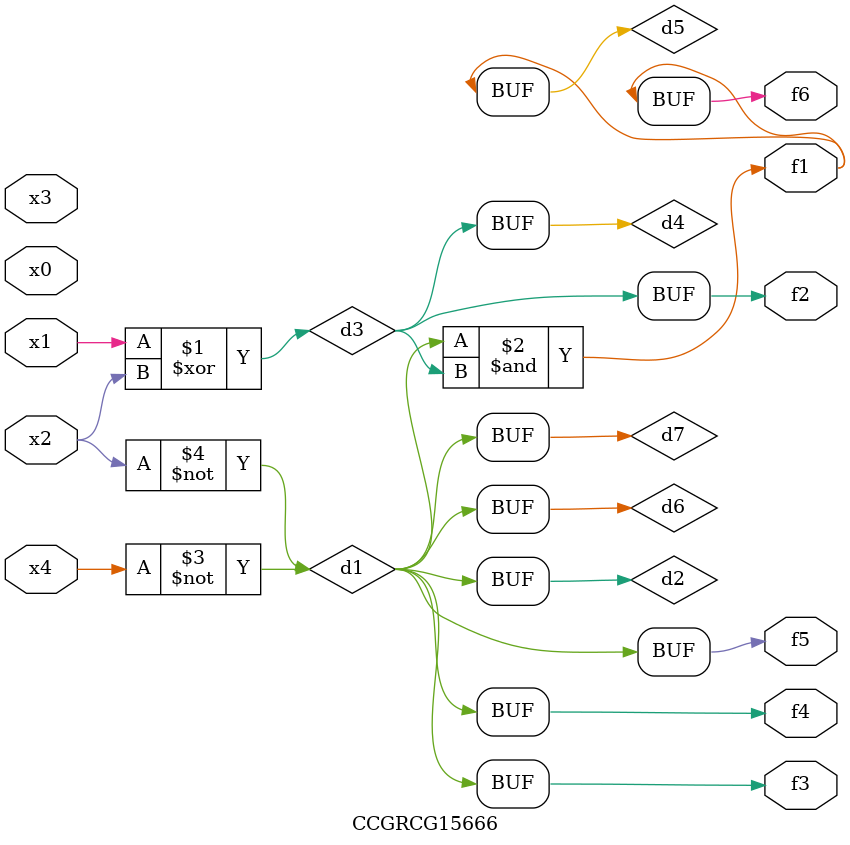
<source format=v>
module CCGRCG15666(
	input x0, x1, x2, x3, x4,
	output f1, f2, f3, f4, f5, f6
);

	wire d1, d2, d3, d4, d5, d6, d7;

	not (d1, x4);
	not (d2, x2);
	xor (d3, x1, x2);
	buf (d4, d3);
	and (d5, d1, d3);
	buf (d6, d1, d2);
	buf (d7, d2);
	assign f1 = d5;
	assign f2 = d4;
	assign f3 = d7;
	assign f4 = d7;
	assign f5 = d7;
	assign f6 = d5;
endmodule

</source>
